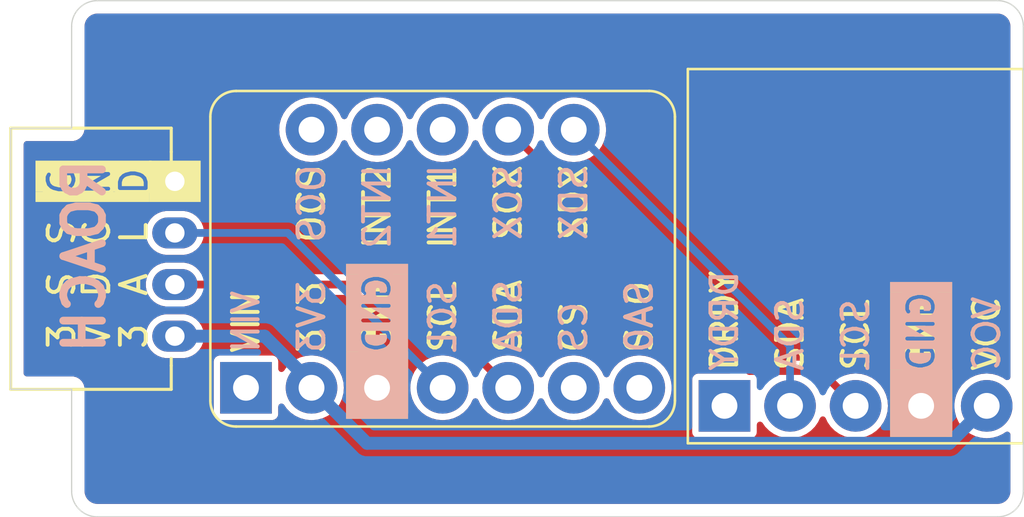
<source format=kicad_pcb>
(kicad_pcb (version 20240108) (generator "pcbnew") (generator_version "8.0")
  (layers (0 "F.Cu" signal) (31 "B.Cu" signal) (34 "B.Paste" user) (35 "F.Paste" user) (36 "B.SilkS" user "B.Silkscreen") (37 "F.SilkS" user "F.Silkscreen") (38 "B.Mask" user) (39 "F.Mask" user) (44 "Edge.Cuts" user))
  (net 0 "")
  (net 1 "GND")
  (net 5 "+3V3")
  (net 9 "/SDA")
  (net 10 "/SCL")
  (net 11 "/SCX")
  (net 12 "/SDX")
  (footprint "custom:JST_PH_1x4_labelled" (layer "F.Cu") (at 131.625 61.5 -90)
    (property "Reference" "J1" (hide yes))
    (property "Value" "JST PH 4p")
    (fp_line (start -2.06 6.36) (end 8.06 6.36) (stroke (width 0.12)) (layer "F.SilkS"))
    (fp_line (start 8.06 6.36) (end 8.06 0.14) (stroke (width 0.12)) (layer "F.SilkS"))
    (fp_line (start -2.06 0.14) (end -2.06 6.36) (stroke (width 0.12)) (layer "F.SilkS"))
    (fp_line (start -2.06 0.14) (end -1.14 0.14) (stroke (width 0.12)) (layer "F.SilkS"))
    (fp_line (start -0.6 0.14) (end -1.14 0.14) (stroke (width 0.12)) (layer "F.SilkS"))
    (fp_line (start 7.14 0.14) (end 6.86 0.14) (stroke (width 0.12)) (layer "F.SilkS"))
    (fp_line (start 8.06 0.14) (end 7.14 0.14) (stroke (width 0.12)) (layer "F.SilkS"))
    (fp_rect (start -0.4 5.1) (end 0.4 5.4) (fill solid) (layer "F.SilkS"))
    (fp_rect (start -0.4 2.3) (end 0.4 2.5) (fill solid) (layer "F.SilkS"))
    (fp_rect (start 0.4 1) (end 0.8 5.4) (fill solid) (layer "F.SilkS"))
    (fp_rect (start -0.8 0.9) (end -0.4 5.4) (fill solid) (layer "F.SilkS"))
    (fp_rect (start -0.8 -1) (end 0.8 1) (fill solid) (layer "F.SilkS"))
    (fp_text user "C" (at 2 2.45 90) (layer "F.SilkS") (effects (justify bottom)))
    (fp_text user "A" (at 4 1 90) (layer "F.SilkS") (effects (justify bottom)))
    (fp_text user "S" (at 4 3.8 90) (layer "F.SilkS") (effects (justify bottom)))
    (fp_text user "N" (at 0 2.45 90) (layer "F.SilkS" knockout) (effects (justify bottom)))
    (fp_text user "V" (at 6 2.45 90) (layer "F.SilkS") (effects (justify bottom)))
    (fp_text user "D" (at 0 1 90) (layer "F.SilkS" knockout) (effects (justify bottom)))
    (fp_text user "L" (at 2 1 90) (layer "F.SilkS") (effects (justify bottom)))
    (fp_text user "D" (at 4 2.45 90) (layer "F.SilkS") (effects (justify bottom)))
    (fp_text user "3" (at 6 3.8 90) (layer "F.SilkS") (effects (justify bottom)))
    (fp_text user "S" (at 2 3.8 90) (layer "F.SilkS") (effects (justify bottom)))
    (fp_text user "G" (at 0 3.8 90) (layer "F.SilkS" knockout) (effects (justify bottom)))
    (fp_text user "3" (at 6 1 90) (layer "F.SilkS") (effects (justify bottom)))
    (pad "1" thru_hole roundrect (at 0 0 270) (size 1.2 1.75) (drill 0.75) (layers "*.Cu" "*.Mask") (roundrect_rratio 0.208333) (net 1 "GND"))
    (pad "2" thru_hole oval (at 2 0 270) (size 1.2 1.75) (drill 0.75) (layers "*.Cu" "*.Mask") (net 10 "/SCL"))
    (pad "3" thru_hole oval (at 4 0 270) (size 1.2 1.75) (drill 0.75) (layers "*.Cu" "*.Mask") (net 9 "/SDA"))
    (pad "4" thru_hole oval (at 6 0 270) (size 1.2 1.75) (drill 0.75) (layers "*.Cu" "*.Mask") (net 5 "+3V3"))
  )
  (footprint "custom:GY-271_both_sides_1" (layer "F.Cu") (at 151.5 71.65 90)
    (property "Reference" "U2" (hide yes))
    (property "Value" "GY-271")
    (fp_rect (start 6.25 7.84) (end 5.85 10.24) (fill solid) (layer "B.SilkS"))
    (fp_rect (start 5.85 7.84) (end 2.85 8.34) (fill solid) (layer "B.SilkS"))
    (fp_rect (start 2.85 7.84) (end 0.25 10.24) (fill solid) (layer "B.SilkS"))
    (fp_rect (start 5.85 9.64) (end 0.45 10.24) (fill solid) (layer "B.SilkS"))
    (fp_line (start 14.5 0) (end 14.5 13) (stroke (width 0.1)) (layer "F.SilkS"))
    (fp_line (start 0 0) (end 14.5 0) (stroke (width 0.1)) (layer "F.SilkS"))
    (fp_line (start 14.5 13) (end 0 13) (stroke (width 0.1)) (layer "F.SilkS"))
    (fp_line (start 0 13) (end 0 0) (stroke (width 0.1)) (layer "F.SilkS"))
    (fp_rect (start 5.85 7.84) (end 6.25 10.24) (fill solid) (layer "F.SilkS"))
    (fp_rect (start 2.85 7.84) (end 5.85 8.34) (fill solid) (layer "F.SilkS"))
    (fp_rect (start 0.25 7.84) (end 2.85 10.24) (fill solid) (layer "F.SilkS"))
    (fp_rect (start 0.45 9.64) (end 5.85 10.24) (fill solid) (layer "F.SilkS"))
    (fp_text user "SCL" (at 2.72 6.5 90) (layer "B.SilkS") (effects (justify right mirror)))
    (fp_text user "DRDY" (at 2.72 1.42 90) (layer "B.SilkS") (effects (justify right mirror)))
    (fp_text user "SDA" (at 2.72 3.96 90) (layer "B.SilkS") (effects (justify right mirror)))
    (fp_text user "GND" (at 2.72 9.04 90) (layer "B.SilkS" knockout) (effects (justify right mirror)))
    (fp_text user "VCC" (at 2.72 11.58 90) (layer "B.SilkS") (effects (justify right mirror)))
    (fp_text user "VCC" (at 2.72 11.58 90) (layer "F.SilkS") (effects (justify left)))
    (fp_text user "SCL" (at 2.72 6.5 90) (layer "F.SilkS") (effects (justify left)))
    (fp_text user "GND" (at 2.72 9.04 90) (layer "F.SilkS" knockout) (effects (justify left)))
    (fp_text user "SDA" (at 2.72 3.96 90) (layer "F.SilkS") (effects (justify left)))
    (fp_text user "DRDY" (at 2.72 1.42 90) (layer "F.SilkS") (effects (justify left)))
    (pad "1" thru_hole rect (at 1.45 1.42 90) (size 2 2) (drill 1) (layers "*.Cu" "*.Mask"))
    (pad "2" thru_hole circle (at 1.45 3.96 90) (size 2 2) (drill 1) (layers "*.Cu" "*.Mask") (net 12 "/SDX"))
    (pad "3" thru_hole circle (at 1.45 6.5 90) (size 2 2) (drill 1) (layers "*.Cu" "*.Mask") (net 11 "/SCX"))
    (pad "4" thru_hole roundrect (at 1.45 9.04 90) (size 2 2) (drill 1) (layers "*.Cu" "*.Mask") (roundrect_rratio 0) (chamfer_ratio 0.275) (chamfer top_left top_right bottom_left bottom_right) (net 1 "GND"))
    (pad "5" thru_hole circle (at 1.45 11.58 90) (size 2 2) (drill 1) (layers "*.Cu" "*.Mask") (net 5 "+3V3"))
  )
  (footprint "custom:BMI160_Board_both_sides_1" (layer "F.Cu") (at 133 71 90)
    (property "Reference" "U1" (hide yes))
    (property "Value" "BMI160")
    (fp_rect (start 6.3 5.26) (end 5.9 7.66) (fill solid) (layer "B.SilkS"))
    (fp_rect (start 5.9 5.26) (end 2.9 5.76) (fill solid) (layer "B.SilkS"))
    (fp_rect (start 2.9 5.26) (end 0.3 7.66) (fill solid) (layer "B.SilkS"))
    (fp_rect (start 5.9 7.06) (end 0.5 7.66) (fill solid) (layer "B.SilkS"))
    (fp_line (start 1 0) (end 12 0) (stroke (width 0.1)) (layer "F.SilkS"))
    (fp_line (start 13 1) (end 13 17) (stroke (width 0.1)) (layer "F.SilkS"))
    (fp_line (start 0 17) (end 0 1) (stroke (width 0.1)) (layer "F.SilkS"))
    (fp_line (start 12 18) (end 1 18) (stroke (width 0.1)) (layer "F.SilkS"))
    (fp_rect (start 5.9 5.26) (end 6.3 7.66) (fill solid) (layer "F.SilkS"))
    (fp_rect (start 2.9 5.26) (end 5.9 5.76) (fill solid) (layer "F.SilkS"))
    (fp_rect (start 0.3 5.26) (end 2.9 7.66) (fill solid) (layer "F.SilkS"))
    (fp_rect (start 0.5 7.06) (end 5.9 7.66) (fill solid) (layer "F.SilkS"))
    (fp_arc (start 12 0) (mid 12.707107 0.292893) (end 13 1) (stroke (width 0.1)) (layer "F.SilkS"))
    (fp_arc (start 0 1) (mid 0.292893 0.292893) (end 1 0) (stroke (width 0.1)) (layer "F.SilkS"))
    (fp_arc (start 13 17) (mid 12.707107 17.707107) (end 12 18) (stroke (width 0.1)) (layer "F.SilkS"))
    (fp_arc (start 1 18) (mid 0.292893 17.707107) (end 0 17) (stroke (width 0.1)) (layer "F.SilkS"))
    (fp_text user "VIN" (at 2.77 1.38 90) (layer "B.SilkS") (effects (justify right mirror)))
    (fp_text user "SDA" (at 2.77 11.54 90) (layer "B.SilkS") (effects (justify right mirror)))
    (fp_text user "SCX" (at 10.23 11.54 90) (layer "B.SilkS") (effects (justify left mirror)))
    (fp_text user "INT1" (at 10.23 9 90) (layer "B.SilkS") (effects (justify left mirror)))
    (fp_text user "OCS" (at 10.23 3.92 90) (layer "B.SilkS") (effects (justify left mirror)))
    (fp_text user "SA0" (at 2.77 16.62 90) (layer "B.SilkS") (effects (justify right mirror)))
    (fp_text user "3V3" (at 2.77 3.92 90) (layer "B.SilkS") (effects (justify right mirror)))
    (fp_text user "GND" (at 2.77 6.46 90) (layer "B.SilkS" knockout) (effects (justify right mirror)))
    (fp_text user "SDX" (at 10.23 14.08 90) (layer "B.SilkS") (effects (justify left mirror)))
    (fp_text user "SCL" (at 2.77 9 90) (layer "B.SilkS") (effects (justify right mirror)))
    (fp_text user "INT2" (at 10.23 6.46 90) (layer "B.SilkS") (effects (justify left mirror)))
    (fp_text user "SA0" (at 2.77 16.62 90) (layer "B.SilkS") (effects (justify right mirror)))
    (fp_text user "CS" (at 2.77 14.08 90) (layer "B.SilkS") (effects (justify right mirror)))
    (fp_text user "GND" (at 2.77 6.46 90) (layer "F.SilkS" knockout) (effects (justify left)))
    (fp_text user "SCX" (at 10.23 11.54 90) (layer "F.SilkS") (effects (justify right)))
    (fp_text user "SDX" (at 10.23 14.08 90) (layer "F.SilkS") (effects (justify right)))
    (fp_text user "SDA" (at 2.77 11.54 90) (layer "F.SilkS") (effects (justify left)))
    (fp_text user "INT2" (at 10.23 6.46 90) (layer "F.SilkS") (effects (justify right)))
    (fp_text user "CS" (at 2.77 14.08 90) (layer "F.SilkS") (effects (justify left)))
    (fp_text user "3V3" (at 2.77 3.92 90) (layer "F.SilkS") (effects (justify left)))
    (fp_text user "OCS" (at 10.23 3.92 90) (layer "F.SilkS") (effects (justify right)))
    (fp_text user "SA0" (at 2.77 16.62 90) (layer "F.SilkS") (effects (justify left)))
    (fp_text user "SCL" (at 2.77 9 90) (layer "F.SilkS") (effects (justify left)))
    (fp_text user "VIN" (at 2.77 1.38 90) (layer "F.SilkS") (effects (justify left)))
    (fp_text user "SA0" (at 2.77 16.62 90) (layer "F.SilkS") (effects (justify left)))
    (fp_text user "INT1" (at 10.23 9 90) (layer "F.SilkS") (effects (justify right)))
    (pad "1" thru_hole rect (at 1.5 1.38 90) (size 2 2) (drill 1) (layers "*.Cu" "*.Mask"))
    (pad "2" thru_hole circle (at 1.5 3.92 90) (size 2 2) (drill 1) (layers "*.Cu" "*.Mask") (net 5 "+3V3"))
    (pad "3" thru_hole roundrect (at 1.5 6.46 90) (size 2 2) (drill 1) (layers "*.Cu" "*.Mask") (roundrect_rratio 0) (chamfer_ratio 0.275) (chamfer top_left top_right bottom_left bottom_right) (net 1 "GND"))
    (pad "4" thru_hole circle (at 1.5 9 90) (size 2 2) (drill 1) (layers "*.Cu" "*.Mask") (net 10 "/SCL"))
    (pad "5" thru_hole circle (at 1.5 11.54 90) (size 2 2) (drill 1) (layers "*.Cu" "*.Mask") (net 9 "/SDA"))
    (pad "6" thru_hole circle (at 1.5 14.08 90) (size 2 2) (drill 1) (layers "*.Cu" "*.Mask"))
    (pad "7" thru_hole circle (at 1.5 16.62 90) (size 2 2) (drill 1) (layers "*.Cu" "*.Mask"))
    (pad "8" thru_hole circle (at 11.5 3.92 90) (size 2 2) (drill 1) (layers "*.Cu" "*.Mask"))
    (pad "9" thru_hole circle (at 11.5 6.46 90) (size 2 2) (drill 1) (layers "*.Cu" "*.Mask"))
    (pad "10" thru_hole circle (at 11.5 9 90) (size 2 2) (drill 1) (layers "*.Cu" "*.Mask"))
    (pad "11" thru_hole circle (at 11.5 11.54 90) (size 2 2) (drill 1) (layers "*.Cu" "*.Mask") (net 11 "/SCX"))
    (pad "12" thru_hole circle (at 11.5 14.08 90) (size 2 2) (drill 1) (layers "*.Cu" "*.Mask") (net 12 "/SDX"))
  )
  (gr_line (start 127.625 55.5) (end 127.625 59.44) (stroke (width 0.05)) (layer "Edge.Cuts"))
  (gr_line (start 164.5 55.5) (end 164.5 73.5) (stroke (width 0.05)) (layer "Edge.Cuts"))
  (gr_arc (start 128.625 74.5) (mid 127.917893 74.207107) (end 127.625 73.5) (stroke (width 0.05)) (layer "Edge.Cuts"))
  (gr_arc (start 164.5 73.5) (mid 164.207107 74.207107) (end 163.5 74.5) (stroke (width 0.05)) (layer "Edge.Cuts"))
  (gr_arc (start 127.625 55.5) (mid 127.917893 54.792893) (end 128.625 54.5) (stroke (width 0.05)) (layer "Edge.Cuts"))
  (gr_arc (start 163.5 54.5) (mid 164.207107 54.792893) (end 164.5 55.5) (stroke (width 0.05)) (layer "Edge.Cuts"))
  (gr_line (start 163.5 74.5) (end 128.625 74.5) (stroke (width 0.05)) (layer "Edge.Cuts"))
  (gr_line (start 125.265 69.56) (end 127.625 69.56) (stroke (width 0.05)) (layer "Edge.Cuts"))
  (gr_line (start 127.625 73.5) (end 127.625 69.56) (stroke (width 0.05)) (layer "Edge.Cuts"))
  (gr_line (start 125.265 59.44) (end 125.265 69.56) (stroke (width 0.05)) (layer "Edge.Cuts"))
  (gr_line (start 125.265 59.44) (end 127.625 59.44) (stroke (width 0.05)) (layer "Edge.Cuts"))
  (gr_line (start 128.625 54.5) (end 163.5 54.5) (stroke (width 0.05)) (layer "Edge.Cuts"))
  (gr_text "ROACH" (at 129 60.485714 90) (layer "B.SilkS") (effects (font (size 1.5 1.5) (thickness 0.3) (bold yes)) (justify left bottom mirror)))
  (segment (start 136.92 69.3187) (end 135.1013 67.5) (width 0.5) (layer "B.Cu") (net 5))
  (segment (start 135.1013 67.5) (end 131.625 67.5) (width 0.5) (layer "B.Cu") (net 5))
  (segment (start 161.63 71.65) (end 163.08 70.2) (width 0.5) (layer "B.Cu") (net 5))
  (segment (start 136.92 69.5) (end 139.07 71.65) (width 0.5) (layer "B.Cu") (net 5))
  (segment (start 136.92 69.5) (end 136.92 69.3187) (width 0.5) (layer "B.Cu") (net 5))
  (segment (start 139.07 71.65) (end 161.63 71.65) (width 0.5) (layer "B.Cu") (net 5))
  (segment (start 144.54 69.5) (end 140.54 65.5) (width 0.3) (layer "F.Cu") (net 9))
  (segment (start 140.54 65.5) (end 131.625 65.5) (width 0.3) (layer "F.Cu") (net 9))
  (segment (start 136 63.5) (end 131.625 63.5) (width 0.3) (layer "B.Cu") (net 10))
  (segment (start 142 69.5) (end 136 63.5) (width 0.3) (layer "B.Cu") (net 10))
  (segment (start 156.65 68.85) (end 153.89 68.85) (width 0.3) (layer "F.Cu") (net 11))
  (segment (start 153.89 68.85) (end 144.54 59.5) (width 0.3) (layer "F.Cu") (net 11))
  (segment (start 158 70.2) (end 156.65 68.85) (width 0.3) (layer "F.Cu") (net 11))
  (segment (start 147.08 59.5) (end 155.46 67.88) (width 0.3) (layer "B.Cu") (net 12))
  (segment (start 155.46 67.88) (end 155.46 70.2) (width 0.3) (layer "B.Cu") (net 12))
  (zone (net 1) (net_name "GND") (layers "F&B.Cu") (connect_pads yes (clearance 0.25)) (min_thickness 0.25) (fill yes (thermal_gap 0.5) (thermal_bridge_width 0.5))
    (polygon (pts (xy 125.5 74) (xy 125.5 55) (xy 164 55) (xy 164 74)))
  )
)
</source>
